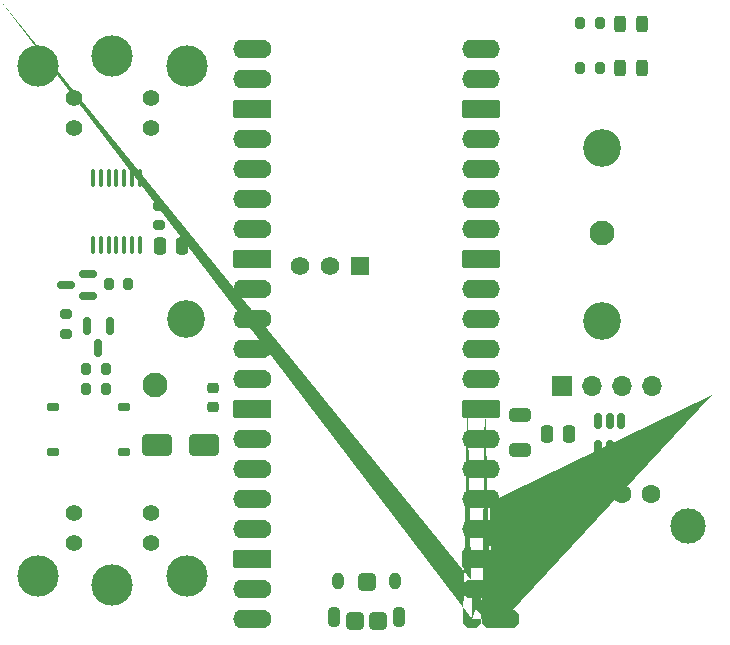
<source format=gbr>
%TF.GenerationSoftware,KiCad,Pcbnew,7.0.10-7.0.10~ubuntu22.04.1*%
%TF.CreationDate,2024-01-12T08:07:30-07:00*%
%TF.ProjectId,HIDHopper_ADB,48494448-6f70-4706-9572-5f4144422e6b,rev?*%
%TF.SameCoordinates,Original*%
%TF.FileFunction,Soldermask,Top*%
%TF.FilePolarity,Negative*%
%FSLAX46Y46*%
G04 Gerber Fmt 4.6, Leading zero omitted, Abs format (unit mm)*
G04 Created by KiCad (PCBNEW 7.0.10-7.0.10~ubuntu22.04.1) date 2024-01-12 08:07:30*
%MOMM*%
%LPD*%
G01*
G04 APERTURE LIST*
G04 Aperture macros list*
%AMRoundRect*
0 Rectangle with rounded corners*
0 $1 Rounding radius*
0 $2 $3 $4 $5 $6 $7 $8 $9 X,Y pos of 4 corners*
0 Add a 4 corners polygon primitive as box body*
4,1,4,$2,$3,$4,$5,$6,$7,$8,$9,$2,$3,0*
0 Add four circle primitives for the rounded corners*
1,1,$1+$1,$2,$3*
1,1,$1+$1,$4,$5*
1,1,$1+$1,$6,$7*
1,1,$1+$1,$8,$9*
0 Add four rect primitives between the rounded corners*
20,1,$1+$1,$2,$3,$4,$5,0*
20,1,$1+$1,$4,$5,$6,$7,0*
20,1,$1+$1,$6,$7,$8,$9,0*
20,1,$1+$1,$8,$9,$2,$3,0*%
%AMFreePoly0*
4,1,58,1.881242,0.792533,1.914585,0.788777,1.924216,0.782725,1.935306,0.780194,1.961541,0.759271,1.989950,0.741421,2.341421,0.389950,2.359271,0.361541,2.380194,0.335306,2.382725,0.324216,2.388777,0.314585,2.392533,0.281242,2.400000,0.248529,2.400000,-0.248529,2.392533,-0.281242,2.388777,-0.314585,2.382725,-0.324216,2.380194,-0.335306,2.359271,-0.361541,2.341421,-0.389950,
1.989950,-0.741421,1.961541,-0.759271,1.935306,-0.780194,1.924216,-0.782725,1.914585,-0.788777,1.881242,-0.792533,1.848529,-0.800000,0.000000,-0.800000,-0.248529,-0.800000,-0.281242,-0.792533,-0.314585,-0.788777,-0.324216,-0.782725,-0.335306,-0.780194,-0.361541,-0.759271,-0.389950,-0.741421,-0.741421,-0.389950,-0.759271,-0.361541,-0.780194,-0.335306,-0.782725,-0.324216,-0.788777,-0.314585,
-0.792533,-0.281242,-0.800000,-0.248529,-0.800000,0.248529,-0.792533,0.281242,-0.788777,0.314585,-0.782725,0.324216,-0.780194,0.335306,-0.759271,0.361541,-0.741421,0.389950,-0.389950,0.741421,-0.361541,0.759271,-0.335306,0.780194,-0.324216,0.782725,-0.314585,0.788777,-0.281242,0.792533,-0.248529,0.800000,1.848529,0.800000,1.881242,0.792533,1.881242,0.792533,$1*%
%AMFreePoly1*
4,1,58,0.281242,0.792533,0.314585,0.788777,0.324216,0.782725,0.335306,0.780194,0.361541,0.759271,0.389950,0.741421,0.741421,0.389950,0.759271,0.361541,0.780194,0.335306,0.782725,0.324216,0.788777,0.314585,0.792533,0.281242,0.800000,0.248529,0.800000,-0.248529,0.792533,-0.281242,0.788777,-0.314585,0.782725,-0.324216,0.780194,-0.335306,0.759271,-0.361541,0.741421,-0.389950,
0.389950,-0.741421,0.361541,-0.759271,0.335306,-0.780194,0.324216,-0.782725,0.314585,-0.788777,0.281242,-0.792533,0.248529,-0.800000,0.000000,-0.800000,-0.248529,-0.800000,-0.281242,-0.792533,-0.314585,-0.788777,-0.324216,-0.782725,-0.335306,-0.780194,-0.361541,-0.759271,-0.389950,-0.741421,-0.741421,-0.389950,-0.759271,-0.361541,-0.780194,-0.335306,-0.782725,-0.324216,-0.788777,-0.314585,
-0.792533,-0.281242,-0.800000,-0.248529,-0.800000,0.248529,-0.792533,0.281242,-0.788777,0.314585,-0.782725,0.324216,-0.780194,0.335306,-0.759271,0.361541,-0.741421,0.389950,-0.389950,0.741421,-0.361541,0.759271,-0.335306,0.780194,-0.324216,0.782725,-0.314585,0.788777,-0.281242,0.792533,-0.248529,0.800000,0.248529,0.800000,0.281242,0.792533,0.281242,0.792533,$1*%
G04 Aperture macros list end*
%ADD10RoundRect,0.218750X-0.256250X0.218750X-0.256250X-0.218750X0.256250X-0.218750X0.256250X0.218750X0*%
%ADD11RoundRect,0.250000X1.000000X0.650000X-1.000000X0.650000X-1.000000X-0.650000X1.000000X-0.650000X0*%
%ADD12C,1.410000*%
%ADD13C,3.500000*%
%ADD14RoundRect,0.150000X-0.150000X0.587500X-0.150000X-0.587500X0.150000X-0.587500X0.150000X0.587500X0*%
%ADD15RoundRect,0.200000X-0.200000X-0.275000X0.200000X-0.275000X0.200000X0.275000X-0.200000X0.275000X0*%
%ADD16RoundRect,0.250000X0.650000X-0.325000X0.650000X0.325000X-0.650000X0.325000X-0.650000X-0.325000X0*%
%ADD17RoundRect,0.243750X0.243750X0.456250X-0.243750X0.456250X-0.243750X-0.456250X0.243750X-0.456250X0*%
%ADD18C,3.200000*%
%ADD19RoundRect,0.200000X0.275000X-0.200000X0.275000X0.200000X-0.275000X0.200000X-0.275000X-0.200000X0*%
%ADD20C,2.100000*%
%ADD21RoundRect,0.150000X0.587500X0.150000X-0.587500X0.150000X-0.587500X-0.150000X0.587500X-0.150000X0*%
%ADD22O,1.100000X1.800000*%
%ADD23O,1.050000X1.450000*%
%ADD24FreePoly0,180.000000*%
%ADD25FreePoly1,180.000000*%
%ADD26O,3.200000X1.600000*%
%ADD27C,1.600000*%
%ADD28RoundRect,0.200000X1.400000X0.600000X-1.400000X0.600000X-1.400000X-0.600000X1.400000X-0.600000X0*%
%ADD29RoundRect,0.200000X0.600000X0.600000X-0.600000X0.600000X-0.600000X-0.600000X0.600000X-0.600000X0*%
%ADD30R,1.574800X1.574800*%
%ADD31C,1.574800*%
%ADD32RoundRect,0.300000X0.450000X0.450000X-0.450000X0.450000X-0.450000X-0.450000X0.450000X-0.450000X0*%
%ADD33C,1.200000*%
%ADD34RoundRect,0.200000X-0.275000X0.200000X-0.275000X-0.200000X0.275000X-0.200000X0.275000X0.200000X0*%
%ADD35RoundRect,0.200000X0.200000X0.275000X-0.200000X0.275000X-0.200000X-0.275000X0.200000X-0.275000X0*%
%ADD36RoundRect,0.250000X0.250000X0.475000X-0.250000X0.475000X-0.250000X-0.475000X0.250000X-0.475000X0*%
%ADD37RoundRect,0.187500X0.312500X0.187500X-0.312500X0.187500X-0.312500X-0.187500X0.312500X-0.187500X0*%
%ADD38RoundRect,0.100000X-0.100000X0.637500X-0.100000X-0.637500X0.100000X-0.637500X0.100000X0.637500X0*%
%ADD39RoundRect,0.250000X-0.250000X-0.475000X0.250000X-0.475000X0.250000X0.475000X-0.250000X0.475000X0*%
%ADD40RoundRect,0.150000X-0.150000X0.512500X-0.150000X-0.512500X0.150000X-0.512500X0.150000X0.512500X0*%
%ADD41R,1.600000X1.500000*%
%ADD42C,3.000000*%
%ADD43R,1.700000X1.700000*%
%ADD44O,1.700000X1.700000*%
G04 APERTURE END LIST*
D10*
%TO.C,F2*%
X151070000Y-96172500D03*
X151070000Y-97747500D03*
%TD*%
D11*
%TO.C,D2*%
X150290000Y-100920000D03*
X146290000Y-100920000D03*
%TD*%
D12*
%TO.C,J3*%
X139300000Y-109280000D03*
X145820000Y-109280000D03*
X139300000Y-106740000D03*
X145820000Y-106740000D03*
D13*
X136260000Y-112050000D03*
X142560000Y-112850000D03*
X148860000Y-112050000D03*
%TD*%
D14*
%TO.C,Q1*%
X142320000Y-90865000D03*
X140420000Y-90865000D03*
X141370000Y-92740000D03*
%TD*%
D12*
%TO.C,J6*%
X145820000Y-71620000D03*
X139300000Y-71620000D03*
X145820000Y-74160000D03*
X139300000Y-74160000D03*
D13*
X148860000Y-68850000D03*
X142560000Y-68050000D03*
X136260000Y-68850000D03*
%TD*%
D15*
%TO.C,R3*%
X142235000Y-87360000D03*
X143885000Y-87360000D03*
%TD*%
D16*
%TO.C,C1*%
X177070000Y-101400000D03*
X177070000Y-98450000D03*
%TD*%
D17*
%TO.C,D1*%
X187397500Y-65290000D03*
X185522500Y-65290000D03*
%TD*%
D18*
%TO.C,H3*%
X184000000Y-90460000D03*
%TD*%
D19*
%TO.C,R7*%
X138590000Y-91555000D03*
X138590000Y-89905000D03*
%TD*%
D20*
%TO.C,REF\u002A\u002A*%
X146180000Y-95890000D03*
%TD*%
D21*
%TO.C,Q2*%
X140505000Y-88340000D03*
X140505000Y-86440000D03*
X138630000Y-87390000D03*
%TD*%
D22*
%TO.C,RP1*%
X166805000Y-115540000D03*
D23*
X166505000Y-112510000D03*
X161655000Y-112510000D03*
D22*
X161355000Y-115540000D03*
D24*
X174570000Y-115670000D03*
D25*
X172970000Y-115670000D03*
D26*
X173770000Y-113130000D03*
D27*
X172970000Y-113130000D03*
D28*
X173770000Y-110590000D03*
D29*
X172970000Y-110590000D03*
D26*
X173770000Y-108050000D03*
D27*
X172970000Y-108050000D03*
D26*
X173770000Y-105510000D03*
D27*
X172970000Y-105510000D03*
D26*
X173770000Y-102970000D03*
D27*
X172970000Y-102970000D03*
D26*
X173770000Y-100430000D03*
D27*
X172970000Y-100430000D03*
D28*
X173770000Y-97890000D03*
D29*
X172970000Y-97890000D03*
D26*
X173770000Y-95350000D03*
D27*
X172970000Y-95350000D03*
D26*
X173770000Y-92810000D03*
D27*
X172970000Y-92810000D03*
D26*
X173770000Y-90270000D03*
D27*
X172970000Y-90270000D03*
D26*
X173770000Y-87730000D03*
D27*
X172970000Y-87730000D03*
D28*
X173770000Y-85190000D03*
D29*
X172970000Y-85190000D03*
D26*
X173770000Y-82650000D03*
D27*
X172970000Y-82650000D03*
D26*
X173770000Y-80110000D03*
D27*
X172970000Y-80110000D03*
D26*
X173770000Y-77570000D03*
D27*
X172970000Y-77570000D03*
D26*
X173770000Y-75030000D03*
D27*
X172970000Y-75030000D03*
D28*
X173770000Y-72490000D03*
D29*
X172970000Y-72490000D03*
D26*
X173770000Y-69950000D03*
D27*
X172970000Y-69950000D03*
D26*
X173770000Y-67410000D03*
D27*
X172970000Y-67410000D03*
X155190000Y-67410000D03*
D26*
X154390000Y-67410000D03*
D27*
X155190000Y-69950000D03*
D26*
X154390000Y-69950000D03*
D29*
X155190000Y-72490000D03*
D28*
X154390000Y-72490000D03*
D27*
X155190000Y-75030000D03*
D26*
X154390000Y-75030000D03*
D27*
X155190000Y-77570000D03*
D26*
X154390000Y-77570000D03*
D27*
X155190000Y-80110000D03*
D26*
X154390000Y-80110000D03*
D27*
X155190000Y-82650000D03*
D26*
X154390000Y-82650000D03*
D29*
X155190000Y-85190000D03*
D28*
X154390000Y-85190000D03*
D27*
X155190000Y-87730000D03*
D26*
X154390000Y-87730000D03*
D27*
X155190000Y-90270000D03*
D26*
X154390000Y-90270000D03*
D27*
X155190000Y-92810000D03*
D26*
X154390000Y-92810000D03*
D27*
X155190000Y-95350000D03*
D26*
X154390000Y-95350000D03*
D29*
X155190000Y-97890000D03*
D28*
X154390000Y-97890000D03*
D27*
X155190000Y-100430000D03*
D26*
X154390000Y-100430000D03*
D27*
X155190000Y-102970000D03*
D26*
X154390000Y-102970000D03*
D27*
X155190000Y-105510000D03*
D26*
X154390000Y-105510000D03*
D27*
X155190000Y-108050000D03*
D26*
X154390000Y-108050000D03*
D29*
X155190000Y-110590000D03*
D28*
X154390000Y-110590000D03*
D27*
X155190000Y-113130000D03*
D26*
X154390000Y-113130000D03*
D27*
X155190000Y-115670000D03*
D26*
X154390000Y-115670000D03*
D30*
X163495800Y-85840000D03*
D31*
X160955800Y-85840000D03*
X158415800Y-85840000D03*
D32*
X164080000Y-112540000D03*
D33*
X163090000Y-115730000D03*
D32*
X163080000Y-115840000D03*
D33*
X165090000Y-115730000D03*
D32*
X165080000Y-115840000D03*
%TD*%
D34*
%TO.C,R4*%
X146500000Y-80682500D03*
X146500000Y-82332500D03*
%TD*%
D15*
%TO.C,R6*%
X182175000Y-69030000D03*
X183825000Y-69030000D03*
%TD*%
D35*
%TO.C,R1*%
X142010000Y-96190000D03*
X140360000Y-96190000D03*
%TD*%
D36*
%TO.C,C2*%
X181210000Y-100060000D03*
X179310000Y-100060000D03*
%TD*%
D18*
%TO.C,H2*%
X148800000Y-90250000D03*
%TD*%
D37*
%TO.C,SW1*%
X143530000Y-101515000D03*
X137530000Y-101515000D03*
X143530000Y-97765000D03*
X137530000Y-97765000D03*
%TD*%
D15*
%TO.C,R2*%
X140360000Y-94550000D03*
X142010000Y-94550000D03*
%TD*%
%TO.C,R5*%
X182165000Y-65220000D03*
X183815000Y-65220000D03*
%TD*%
D38*
%TO.C,U1*%
X144850000Y-78340000D03*
X144200000Y-78340000D03*
X143550000Y-78340000D03*
X142900000Y-78340000D03*
X142250000Y-78340000D03*
X141600000Y-78340000D03*
X140950000Y-78340000D03*
X140950000Y-84065000D03*
X141600000Y-84065000D03*
X142250000Y-84065000D03*
X142900000Y-84065000D03*
X143550000Y-84065000D03*
X144200000Y-84065000D03*
X144850000Y-84065000D03*
%TD*%
D20*
%TO.C,REF\u002A\u002A*%
X184000000Y-82980000D03*
%TD*%
D39*
%TO.C,C7*%
X146550000Y-84102500D03*
X148450000Y-84102500D03*
%TD*%
D18*
%TO.C,H1*%
X184000000Y-75770000D03*
%TD*%
D17*
%TO.C,D3*%
X187397500Y-69040000D03*
X185522500Y-69040000D03*
%TD*%
D40*
%TO.C,U2*%
X185600000Y-98922500D03*
X184650000Y-98922500D03*
X183700000Y-98922500D03*
X183700000Y-101197500D03*
X184650000Y-101197500D03*
X185600000Y-101197500D03*
%TD*%
D41*
%TO.C,J10*%
X181190000Y-105100000D03*
D27*
X183690000Y-105100000D03*
X185690000Y-105100000D03*
X188190000Y-105100000D03*
D42*
X178120000Y-107810000D03*
X191260000Y-107810000D03*
%TD*%
D43*
%TO.C,J1*%
X180630000Y-95950000D03*
D44*
X183170000Y-95950000D03*
X185710000Y-95950000D03*
X188250000Y-95950000D03*
%TD*%
M02*

</source>
